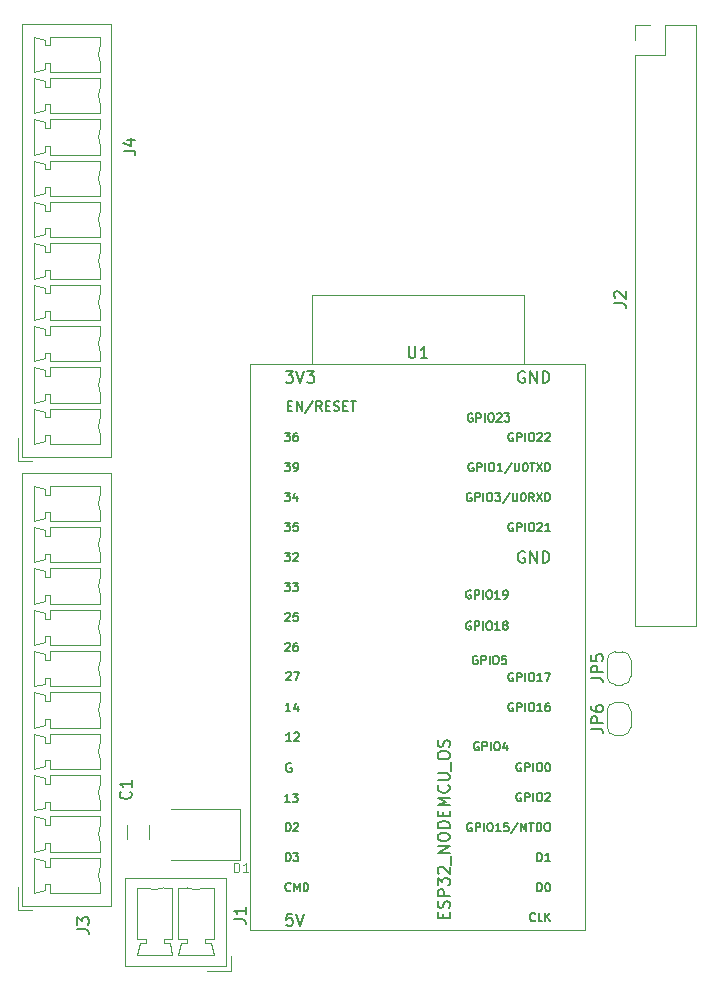
<source format=gbr>
G04 #@! TF.GenerationSoftware,KiCad,Pcbnew,5.1.5+dfsg1-2build2*
G04 #@! TF.CreationDate,2023-05-06T09:23:40+02:00*
G04 #@! TF.ProjectId,digital,64696769-7461-46c2-9e6b-696361645f70,rev?*
G04 #@! TF.SameCoordinates,Original*
G04 #@! TF.FileFunction,Legend,Top*
G04 #@! TF.FilePolarity,Positive*
%FSLAX46Y46*%
G04 Gerber Fmt 4.6, Leading zero omitted, Abs format (unit mm)*
G04 Created by KiCad (PCBNEW 5.1.5+dfsg1-2build2) date 2023-05-06 09:23:40*
%MOMM*%
%LPD*%
G04 APERTURE LIST*
%ADD10C,0.120000*%
%ADD11C,0.150000*%
%ADD12C,0.100000*%
G04 APERTURE END LIST*
D10*
X122461345Y-87553853D02*
G75*
G03X122461500Y-89053500I1700155J-749647D01*
G01*
X122461345Y-84053853D02*
G75*
G03X122461500Y-85553500I1700155J-749647D01*
G01*
X122461345Y-80553853D02*
G75*
G03X122461500Y-82053500I1700155J-749647D01*
G01*
X122461345Y-77053853D02*
G75*
G03X122461500Y-78553500I1700155J-749647D01*
G01*
X122461345Y-73553853D02*
G75*
G03X122461500Y-75053500I1700155J-749647D01*
G01*
X122461345Y-70053853D02*
G75*
G03X122461500Y-71553500I1700155J-749647D01*
G01*
X122461345Y-66553853D02*
G75*
G03X122461500Y-68053500I1700155J-749647D01*
G01*
X122461345Y-63053853D02*
G75*
G03X122461500Y-64553500I1700155J-749647D01*
G01*
X122461345Y-59553853D02*
G75*
G03X122461500Y-61053500I1700155J-749647D01*
G01*
X122461345Y-56053853D02*
G75*
G03X122461500Y-57553500I1700155J-749647D01*
G01*
X115851500Y-90863500D02*
X123321500Y-90863500D01*
X123321500Y-90863500D02*
X123321500Y-54243500D01*
X123321500Y-54243500D02*
X115851500Y-54243500D01*
X115851500Y-54243500D02*
X115851500Y-90863500D01*
X122461500Y-89053500D02*
X122461500Y-89803500D01*
X122461500Y-89803500D02*
X118161500Y-89803500D01*
X118161500Y-89803500D02*
X118161500Y-89053500D01*
X118161500Y-89053500D02*
X117811500Y-89053500D01*
X117811500Y-89053500D02*
X117811500Y-89553500D01*
X117811500Y-89553500D02*
X116811500Y-89803500D01*
X116811500Y-89803500D02*
X116811500Y-86803500D01*
X116811500Y-86803500D02*
X117811500Y-87053500D01*
X117811500Y-87053500D02*
X117811500Y-87553500D01*
X117811500Y-87553500D02*
X118161500Y-87553500D01*
X118161500Y-87553500D02*
X118161500Y-86803500D01*
X118161500Y-86803500D02*
X122461500Y-86803500D01*
X122461500Y-86803500D02*
X122461500Y-87553500D01*
X122461500Y-85553500D02*
X122461500Y-86303500D01*
X122461500Y-86303500D02*
X118161500Y-86303500D01*
X118161500Y-86303500D02*
X118161500Y-85553500D01*
X118161500Y-85553500D02*
X117811500Y-85553500D01*
X117811500Y-85553500D02*
X117811500Y-86053500D01*
X117811500Y-86053500D02*
X116811500Y-86303500D01*
X116811500Y-86303500D02*
X116811500Y-83303500D01*
X116811500Y-83303500D02*
X117811500Y-83553500D01*
X117811500Y-83553500D02*
X117811500Y-84053500D01*
X117811500Y-84053500D02*
X118161500Y-84053500D01*
X118161500Y-84053500D02*
X118161500Y-83303500D01*
X118161500Y-83303500D02*
X122461500Y-83303500D01*
X122461500Y-83303500D02*
X122461500Y-84053500D01*
X122461500Y-82053500D02*
X122461500Y-82803500D01*
X122461500Y-82803500D02*
X118161500Y-82803500D01*
X118161500Y-82803500D02*
X118161500Y-82053500D01*
X118161500Y-82053500D02*
X117811500Y-82053500D01*
X117811500Y-82053500D02*
X117811500Y-82553500D01*
X117811500Y-82553500D02*
X116811500Y-82803500D01*
X116811500Y-82803500D02*
X116811500Y-79803500D01*
X116811500Y-79803500D02*
X117811500Y-80053500D01*
X117811500Y-80053500D02*
X117811500Y-80553500D01*
X117811500Y-80553500D02*
X118161500Y-80553500D01*
X118161500Y-80553500D02*
X118161500Y-79803500D01*
X118161500Y-79803500D02*
X122461500Y-79803500D01*
X122461500Y-79803500D02*
X122461500Y-80553500D01*
X122461500Y-78553500D02*
X122461500Y-79303500D01*
X122461500Y-79303500D02*
X118161500Y-79303500D01*
X118161500Y-79303500D02*
X118161500Y-78553500D01*
X118161500Y-78553500D02*
X117811500Y-78553500D01*
X117811500Y-78553500D02*
X117811500Y-79053500D01*
X117811500Y-79053500D02*
X116811500Y-79303500D01*
X116811500Y-79303500D02*
X116811500Y-76303500D01*
X116811500Y-76303500D02*
X117811500Y-76553500D01*
X117811500Y-76553500D02*
X117811500Y-77053500D01*
X117811500Y-77053500D02*
X118161500Y-77053500D01*
X118161500Y-77053500D02*
X118161500Y-76303500D01*
X118161500Y-76303500D02*
X122461500Y-76303500D01*
X122461500Y-76303500D02*
X122461500Y-77053500D01*
X122461500Y-75053500D02*
X122461500Y-75803500D01*
X122461500Y-75803500D02*
X118161500Y-75803500D01*
X118161500Y-75803500D02*
X118161500Y-75053500D01*
X118161500Y-75053500D02*
X117811500Y-75053500D01*
X117811500Y-75053500D02*
X117811500Y-75553500D01*
X117811500Y-75553500D02*
X116811500Y-75803500D01*
X116811500Y-75803500D02*
X116811500Y-72803500D01*
X116811500Y-72803500D02*
X117811500Y-73053500D01*
X117811500Y-73053500D02*
X117811500Y-73553500D01*
X117811500Y-73553500D02*
X118161500Y-73553500D01*
X118161500Y-73553500D02*
X118161500Y-72803500D01*
X118161500Y-72803500D02*
X122461500Y-72803500D01*
X122461500Y-72803500D02*
X122461500Y-73553500D01*
X122461500Y-71553500D02*
X122461500Y-72303500D01*
X122461500Y-72303500D02*
X118161500Y-72303500D01*
X118161500Y-72303500D02*
X118161500Y-71553500D01*
X118161500Y-71553500D02*
X117811500Y-71553500D01*
X117811500Y-71553500D02*
X117811500Y-72053500D01*
X117811500Y-72053500D02*
X116811500Y-72303500D01*
X116811500Y-72303500D02*
X116811500Y-69303500D01*
X116811500Y-69303500D02*
X117811500Y-69553500D01*
X117811500Y-69553500D02*
X117811500Y-70053500D01*
X117811500Y-70053500D02*
X118161500Y-70053500D01*
X118161500Y-70053500D02*
X118161500Y-69303500D01*
X118161500Y-69303500D02*
X122461500Y-69303500D01*
X122461500Y-69303500D02*
X122461500Y-70053500D01*
X122461500Y-68053500D02*
X122461500Y-68803500D01*
X122461500Y-68803500D02*
X118161500Y-68803500D01*
X118161500Y-68803500D02*
X118161500Y-68053500D01*
X118161500Y-68053500D02*
X117811500Y-68053500D01*
X117811500Y-68053500D02*
X117811500Y-68553500D01*
X117811500Y-68553500D02*
X116811500Y-68803500D01*
X116811500Y-68803500D02*
X116811500Y-65803500D01*
X116811500Y-65803500D02*
X117811500Y-66053500D01*
X117811500Y-66053500D02*
X117811500Y-66553500D01*
X117811500Y-66553500D02*
X118161500Y-66553500D01*
X118161500Y-66553500D02*
X118161500Y-65803500D01*
X118161500Y-65803500D02*
X122461500Y-65803500D01*
X122461500Y-65803500D02*
X122461500Y-66553500D01*
X122461500Y-64553500D02*
X122461500Y-65303500D01*
X122461500Y-65303500D02*
X118161500Y-65303500D01*
X118161500Y-65303500D02*
X118161500Y-64553500D01*
X118161500Y-64553500D02*
X117811500Y-64553500D01*
X117811500Y-64553500D02*
X117811500Y-65053500D01*
X117811500Y-65053500D02*
X116811500Y-65303500D01*
X116811500Y-65303500D02*
X116811500Y-62303500D01*
X116811500Y-62303500D02*
X117811500Y-62553500D01*
X117811500Y-62553500D02*
X117811500Y-63053500D01*
X117811500Y-63053500D02*
X118161500Y-63053500D01*
X118161500Y-63053500D02*
X118161500Y-62303500D01*
X118161500Y-62303500D02*
X122461500Y-62303500D01*
X122461500Y-62303500D02*
X122461500Y-63053500D01*
X122461500Y-61053500D02*
X122461500Y-61803500D01*
X122461500Y-61803500D02*
X118161500Y-61803500D01*
X118161500Y-61803500D02*
X118161500Y-61053500D01*
X118161500Y-61053500D02*
X117811500Y-61053500D01*
X117811500Y-61053500D02*
X117811500Y-61553500D01*
X117811500Y-61553500D02*
X116811500Y-61803500D01*
X116811500Y-61803500D02*
X116811500Y-58803500D01*
X116811500Y-58803500D02*
X117811500Y-59053500D01*
X117811500Y-59053500D02*
X117811500Y-59553500D01*
X117811500Y-59553500D02*
X118161500Y-59553500D01*
X118161500Y-59553500D02*
X118161500Y-58803500D01*
X118161500Y-58803500D02*
X122461500Y-58803500D01*
X122461500Y-58803500D02*
X122461500Y-59553500D01*
X122461500Y-57553500D02*
X122461500Y-58303500D01*
X122461500Y-58303500D02*
X118161500Y-58303500D01*
X118161500Y-58303500D02*
X118161500Y-57553500D01*
X118161500Y-57553500D02*
X117811500Y-57553500D01*
X117811500Y-57553500D02*
X117811500Y-58053500D01*
X117811500Y-58053500D02*
X116811500Y-58303500D01*
X116811500Y-58303500D02*
X116811500Y-55303500D01*
X116811500Y-55303500D02*
X117811500Y-55553500D01*
X117811500Y-55553500D02*
X117811500Y-56053500D01*
X117811500Y-56053500D02*
X118161500Y-56053500D01*
X118161500Y-56053500D02*
X118161500Y-55303500D01*
X118161500Y-55303500D02*
X122461500Y-55303500D01*
X122461500Y-55303500D02*
X122461500Y-56053500D01*
X116711500Y-91253500D02*
X115461500Y-91253500D01*
X115461500Y-91253500D02*
X115461500Y-89253500D01*
X158341060Y-77149980D02*
X158341060Y-83042780D01*
X140357860Y-77149980D02*
X158341060Y-77149980D01*
X140357860Y-83042780D02*
X140357860Y-77149980D01*
X135127741Y-83063100D02*
X135127740Y-130983100D01*
X163527740Y-83063100D02*
X135127741Y-83063100D01*
X163527739Y-130983100D02*
X163527740Y-83063100D01*
X135127740Y-130983100D02*
X163527739Y-130983100D01*
X167691760Y-105221080D02*
X172891760Y-105221080D01*
X167691760Y-56901080D02*
X167691760Y-105221080D01*
X172891760Y-54301080D02*
X172891760Y-105221080D01*
X167691760Y-56901080D02*
X170291760Y-56901080D01*
X170291760Y-56901080D02*
X170291760Y-54301080D01*
X170291760Y-54301080D02*
X172891760Y-54301080D01*
X167691760Y-55631080D02*
X167691760Y-54301080D01*
X167691760Y-54301080D02*
X169021760Y-54301080D01*
X115461500Y-129278500D02*
X115461500Y-127278500D01*
X116711500Y-129278500D02*
X115461500Y-129278500D01*
X122461500Y-93328500D02*
X122461500Y-94078500D01*
X118161500Y-93328500D02*
X122461500Y-93328500D01*
X118161500Y-94078500D02*
X118161500Y-93328500D01*
X117811500Y-94078500D02*
X118161500Y-94078500D01*
X117811500Y-93578500D02*
X117811500Y-94078500D01*
X116811500Y-93328500D02*
X117811500Y-93578500D01*
X116811500Y-96328500D02*
X116811500Y-93328500D01*
X117811500Y-96078500D02*
X116811500Y-96328500D01*
X117811500Y-95578500D02*
X117811500Y-96078500D01*
X118161500Y-95578500D02*
X117811500Y-95578500D01*
X118161500Y-96328500D02*
X118161500Y-95578500D01*
X122461500Y-96328500D02*
X118161500Y-96328500D01*
X122461500Y-95578500D02*
X122461500Y-96328500D01*
X122461500Y-96828500D02*
X122461500Y-97578500D01*
X118161500Y-96828500D02*
X122461500Y-96828500D01*
X118161500Y-97578500D02*
X118161500Y-96828500D01*
X117811500Y-97578500D02*
X118161500Y-97578500D01*
X117811500Y-97078500D02*
X117811500Y-97578500D01*
X116811500Y-96828500D02*
X117811500Y-97078500D01*
X116811500Y-99828500D02*
X116811500Y-96828500D01*
X117811500Y-99578500D02*
X116811500Y-99828500D01*
X117811500Y-99078500D02*
X117811500Y-99578500D01*
X118161500Y-99078500D02*
X117811500Y-99078500D01*
X118161500Y-99828500D02*
X118161500Y-99078500D01*
X122461500Y-99828500D02*
X118161500Y-99828500D01*
X122461500Y-99078500D02*
X122461500Y-99828500D01*
X122461500Y-100328500D02*
X122461500Y-101078500D01*
X118161500Y-100328500D02*
X122461500Y-100328500D01*
X118161500Y-101078500D02*
X118161500Y-100328500D01*
X117811500Y-101078500D02*
X118161500Y-101078500D01*
X117811500Y-100578500D02*
X117811500Y-101078500D01*
X116811500Y-100328500D02*
X117811500Y-100578500D01*
X116811500Y-103328500D02*
X116811500Y-100328500D01*
X117811500Y-103078500D02*
X116811500Y-103328500D01*
X117811500Y-102578500D02*
X117811500Y-103078500D01*
X118161500Y-102578500D02*
X117811500Y-102578500D01*
X118161500Y-103328500D02*
X118161500Y-102578500D01*
X122461500Y-103328500D02*
X118161500Y-103328500D01*
X122461500Y-102578500D02*
X122461500Y-103328500D01*
X122461500Y-103828500D02*
X122461500Y-104578500D01*
X118161500Y-103828500D02*
X122461500Y-103828500D01*
X118161500Y-104578500D02*
X118161500Y-103828500D01*
X117811500Y-104578500D02*
X118161500Y-104578500D01*
X117811500Y-104078500D02*
X117811500Y-104578500D01*
X116811500Y-103828500D02*
X117811500Y-104078500D01*
X116811500Y-106828500D02*
X116811500Y-103828500D01*
X117811500Y-106578500D02*
X116811500Y-106828500D01*
X117811500Y-106078500D02*
X117811500Y-106578500D01*
X118161500Y-106078500D02*
X117811500Y-106078500D01*
X118161500Y-106828500D02*
X118161500Y-106078500D01*
X122461500Y-106828500D02*
X118161500Y-106828500D01*
X122461500Y-106078500D02*
X122461500Y-106828500D01*
X122461500Y-107328500D02*
X122461500Y-108078500D01*
X118161500Y-107328500D02*
X122461500Y-107328500D01*
X118161500Y-108078500D02*
X118161500Y-107328500D01*
X117811500Y-108078500D02*
X118161500Y-108078500D01*
X117811500Y-107578500D02*
X117811500Y-108078500D01*
X116811500Y-107328500D02*
X117811500Y-107578500D01*
X116811500Y-110328500D02*
X116811500Y-107328500D01*
X117811500Y-110078500D02*
X116811500Y-110328500D01*
X117811500Y-109578500D02*
X117811500Y-110078500D01*
X118161500Y-109578500D02*
X117811500Y-109578500D01*
X118161500Y-110328500D02*
X118161500Y-109578500D01*
X122461500Y-110328500D02*
X118161500Y-110328500D01*
X122461500Y-109578500D02*
X122461500Y-110328500D01*
X122461500Y-110828500D02*
X122461500Y-111578500D01*
X118161500Y-110828500D02*
X122461500Y-110828500D01*
X118161500Y-111578500D02*
X118161500Y-110828500D01*
X117811500Y-111578500D02*
X118161500Y-111578500D01*
X117811500Y-111078500D02*
X117811500Y-111578500D01*
X116811500Y-110828500D02*
X117811500Y-111078500D01*
X116811500Y-113828500D02*
X116811500Y-110828500D01*
X117811500Y-113578500D02*
X116811500Y-113828500D01*
X117811500Y-113078500D02*
X117811500Y-113578500D01*
X118161500Y-113078500D02*
X117811500Y-113078500D01*
X118161500Y-113828500D02*
X118161500Y-113078500D01*
X122461500Y-113828500D02*
X118161500Y-113828500D01*
X122461500Y-113078500D02*
X122461500Y-113828500D01*
X122461500Y-114328500D02*
X122461500Y-115078500D01*
X118161500Y-114328500D02*
X122461500Y-114328500D01*
X118161500Y-115078500D02*
X118161500Y-114328500D01*
X117811500Y-115078500D02*
X118161500Y-115078500D01*
X117811500Y-114578500D02*
X117811500Y-115078500D01*
X116811500Y-114328500D02*
X117811500Y-114578500D01*
X116811500Y-117328500D02*
X116811500Y-114328500D01*
X117811500Y-117078500D02*
X116811500Y-117328500D01*
X117811500Y-116578500D02*
X117811500Y-117078500D01*
X118161500Y-116578500D02*
X117811500Y-116578500D01*
X118161500Y-117328500D02*
X118161500Y-116578500D01*
X122461500Y-117328500D02*
X118161500Y-117328500D01*
X122461500Y-116578500D02*
X122461500Y-117328500D01*
X122461500Y-117828500D02*
X122461500Y-118578500D01*
X118161500Y-117828500D02*
X122461500Y-117828500D01*
X118161500Y-118578500D02*
X118161500Y-117828500D01*
X117811500Y-118578500D02*
X118161500Y-118578500D01*
X117811500Y-118078500D02*
X117811500Y-118578500D01*
X116811500Y-117828500D02*
X117811500Y-118078500D01*
X116811500Y-120828500D02*
X116811500Y-117828500D01*
X117811500Y-120578500D02*
X116811500Y-120828500D01*
X117811500Y-120078500D02*
X117811500Y-120578500D01*
X118161500Y-120078500D02*
X117811500Y-120078500D01*
X118161500Y-120828500D02*
X118161500Y-120078500D01*
X122461500Y-120828500D02*
X118161500Y-120828500D01*
X122461500Y-120078500D02*
X122461500Y-120828500D01*
X122461500Y-121328500D02*
X122461500Y-122078500D01*
X118161500Y-121328500D02*
X122461500Y-121328500D01*
X118161500Y-122078500D02*
X118161500Y-121328500D01*
X117811500Y-122078500D02*
X118161500Y-122078500D01*
X117811500Y-121578500D02*
X117811500Y-122078500D01*
X116811500Y-121328500D02*
X117811500Y-121578500D01*
X116811500Y-124328500D02*
X116811500Y-121328500D01*
X117811500Y-124078500D02*
X116811500Y-124328500D01*
X117811500Y-123578500D02*
X117811500Y-124078500D01*
X118161500Y-123578500D02*
X117811500Y-123578500D01*
X118161500Y-124328500D02*
X118161500Y-123578500D01*
X122461500Y-124328500D02*
X118161500Y-124328500D01*
X122461500Y-123578500D02*
X122461500Y-124328500D01*
X122461500Y-124828500D02*
X122461500Y-125578500D01*
X118161500Y-124828500D02*
X122461500Y-124828500D01*
X118161500Y-125578500D02*
X118161500Y-124828500D01*
X117811500Y-125578500D02*
X118161500Y-125578500D01*
X117811500Y-125078500D02*
X117811500Y-125578500D01*
X116811500Y-124828500D02*
X117811500Y-125078500D01*
X116811500Y-127828500D02*
X116811500Y-124828500D01*
X117811500Y-127578500D02*
X116811500Y-127828500D01*
X117811500Y-127078500D02*
X117811500Y-127578500D01*
X118161500Y-127078500D02*
X117811500Y-127078500D01*
X118161500Y-127828500D02*
X118161500Y-127078500D01*
X122461500Y-127828500D02*
X118161500Y-127828500D01*
X122461500Y-127078500D02*
X122461500Y-127828500D01*
X115851500Y-92268500D02*
X115851500Y-128888500D01*
X123321500Y-92268500D02*
X115851500Y-92268500D01*
X123321500Y-128888500D02*
X123321500Y-92268500D01*
X115851500Y-128888500D02*
X123321500Y-128888500D01*
X122461345Y-94078853D02*
G75*
G03X122461500Y-95578500I1700155J-749647D01*
G01*
X122461345Y-97578853D02*
G75*
G03X122461500Y-99078500I1700155J-749647D01*
G01*
X122461345Y-101078853D02*
G75*
G03X122461500Y-102578500I1700155J-749647D01*
G01*
X122461345Y-104578853D02*
G75*
G03X122461500Y-106078500I1700155J-749647D01*
G01*
X122461345Y-108078853D02*
G75*
G03X122461500Y-109578500I1700155J-749647D01*
G01*
X122461345Y-111578853D02*
G75*
G03X122461500Y-113078500I1700155J-749647D01*
G01*
X122461345Y-115078853D02*
G75*
G03X122461500Y-116578500I1700155J-749647D01*
G01*
X122461345Y-118578853D02*
G75*
G03X122461500Y-120078500I1700155J-749647D01*
G01*
X122461345Y-122078853D02*
G75*
G03X122461500Y-123578500I1700155J-749647D01*
G01*
X122461345Y-125578853D02*
G75*
G03X122461500Y-127078500I1700155J-749647D01*
G01*
X129816513Y-127384135D02*
G75*
G03X131316160Y-127383980I749647J1700155D01*
G01*
X126316513Y-127384135D02*
G75*
G03X127816160Y-127383980I749647J1700155D01*
G01*
X133126160Y-133993980D02*
X133126160Y-126523980D01*
X133126160Y-126523980D02*
X124506160Y-126523980D01*
X124506160Y-126523980D02*
X124506160Y-133993980D01*
X124506160Y-133993980D02*
X133126160Y-133993980D01*
X131316160Y-127383980D02*
X132066160Y-127383980D01*
X132066160Y-127383980D02*
X132066160Y-131683980D01*
X132066160Y-131683980D02*
X131316160Y-131683980D01*
X131316160Y-131683980D02*
X131316160Y-132033980D01*
X131316160Y-132033980D02*
X131816160Y-132033980D01*
X131816160Y-132033980D02*
X132066160Y-133033980D01*
X132066160Y-133033980D02*
X129066160Y-133033980D01*
X129066160Y-133033980D02*
X129316160Y-132033980D01*
X129316160Y-132033980D02*
X129816160Y-132033980D01*
X129816160Y-132033980D02*
X129816160Y-131683980D01*
X129816160Y-131683980D02*
X129066160Y-131683980D01*
X129066160Y-131683980D02*
X129066160Y-127383980D01*
X129066160Y-127383980D02*
X129816160Y-127383980D01*
X127816160Y-127383980D02*
X128566160Y-127383980D01*
X128566160Y-127383980D02*
X128566160Y-131683980D01*
X128566160Y-131683980D02*
X127816160Y-131683980D01*
X127816160Y-131683980D02*
X127816160Y-132033980D01*
X127816160Y-132033980D02*
X128316160Y-132033980D01*
X128316160Y-132033980D02*
X128566160Y-133033980D01*
X128566160Y-133033980D02*
X125566160Y-133033980D01*
X125566160Y-133033980D02*
X125816160Y-132033980D01*
X125816160Y-132033980D02*
X126316160Y-132033980D01*
X126316160Y-132033980D02*
X126316160Y-131683980D01*
X126316160Y-131683980D02*
X125566160Y-131683980D01*
X125566160Y-131683980D02*
X125566160Y-127383980D01*
X125566160Y-127383980D02*
X126316160Y-127383980D01*
X133516160Y-133133980D02*
X133516160Y-134383980D01*
X133516160Y-134383980D02*
X131516160Y-134383980D01*
X124756500Y-123220564D02*
X124756500Y-122016436D01*
X126576500Y-123220564D02*
X126576500Y-122016436D01*
X134285500Y-120737500D02*
X128400500Y-120737500D01*
X134285500Y-125007500D02*
X134285500Y-120737500D01*
X128400500Y-125007500D02*
X134285500Y-125007500D01*
X165361500Y-108078500D02*
G75*
G02X166061500Y-107378500I700000J0D01*
G01*
X166661500Y-107378500D02*
G75*
G02X167361500Y-108078500I0J-700000D01*
G01*
X167361500Y-109478500D02*
G75*
G02X166661500Y-110178500I-700000J0D01*
G01*
X166061500Y-110178500D02*
G75*
G02X165361500Y-109478500I0J700000D01*
G01*
X166661500Y-110178500D02*
X166061500Y-110178500D01*
X167361500Y-108078500D02*
X167361500Y-109478500D01*
X166061500Y-107378500D02*
X166661500Y-107378500D01*
X165361500Y-109478500D02*
X165361500Y-108078500D01*
X165361500Y-113778500D02*
X165361500Y-112378500D01*
X166061500Y-111678500D02*
X166661500Y-111678500D01*
X167361500Y-112378500D02*
X167361500Y-113778500D01*
X166661500Y-114478500D02*
X166061500Y-114478500D01*
X166061500Y-114478500D02*
G75*
G02X165361500Y-113778500I0J700000D01*
G01*
X167361500Y-113778500D02*
G75*
G02X166661500Y-114478500I-700000J0D01*
G01*
X166661500Y-111678500D02*
G75*
G02X167361500Y-112378500I0J-700000D01*
G01*
X165361500Y-112378500D02*
G75*
G02X166061500Y-111678500I700000J0D01*
G01*
D11*
X124420380Y-64976333D02*
X125134666Y-64976333D01*
X125277523Y-65023952D01*
X125372761Y-65119190D01*
X125420380Y-65262047D01*
X125420380Y-65357285D01*
X124753714Y-64071571D02*
X125420380Y-64071571D01*
X124372761Y-64309666D02*
X125087047Y-64547761D01*
X125087047Y-63928714D01*
X148565835Y-81515480D02*
X148565835Y-82325004D01*
X148613454Y-82420242D01*
X148661073Y-82467861D01*
X148756311Y-82515480D01*
X148946787Y-82515480D01*
X149042025Y-82467861D01*
X149089644Y-82420242D01*
X149137263Y-82325004D01*
X149137263Y-81515480D01*
X150137263Y-82515480D02*
X149565835Y-82515480D01*
X149851549Y-82515480D02*
X149851549Y-81515480D01*
X149756311Y-81658338D01*
X149661073Y-81753576D01*
X149565835Y-81801195D01*
X151503071Y-129928000D02*
X151503071Y-129594666D01*
X152026880Y-129451809D02*
X152026880Y-129928000D01*
X151026880Y-129928000D01*
X151026880Y-129451809D01*
X151979261Y-129070857D02*
X152026880Y-128928000D01*
X152026880Y-128689904D01*
X151979261Y-128594666D01*
X151931642Y-128547047D01*
X151836404Y-128499428D01*
X151741166Y-128499428D01*
X151645928Y-128547047D01*
X151598309Y-128594666D01*
X151550690Y-128689904D01*
X151503071Y-128880380D01*
X151455452Y-128975619D01*
X151407833Y-129023238D01*
X151312595Y-129070857D01*
X151217357Y-129070857D01*
X151122119Y-129023238D01*
X151074500Y-128975619D01*
X151026880Y-128880380D01*
X151026880Y-128642285D01*
X151074500Y-128499428D01*
X152026880Y-128070857D02*
X151026880Y-128070857D01*
X151026880Y-127689904D01*
X151074500Y-127594666D01*
X151122119Y-127547047D01*
X151217357Y-127499428D01*
X151360214Y-127499428D01*
X151455452Y-127547047D01*
X151503071Y-127594666D01*
X151550690Y-127689904D01*
X151550690Y-128070857D01*
X151026880Y-127166095D02*
X151026880Y-126547047D01*
X151407833Y-126880380D01*
X151407833Y-126737523D01*
X151455452Y-126642285D01*
X151503071Y-126594666D01*
X151598309Y-126547047D01*
X151836404Y-126547047D01*
X151931642Y-126594666D01*
X151979261Y-126642285D01*
X152026880Y-126737523D01*
X152026880Y-127023238D01*
X151979261Y-127118476D01*
X151931642Y-127166095D01*
X151122119Y-126166095D02*
X151074500Y-126118476D01*
X151026880Y-126023238D01*
X151026880Y-125785142D01*
X151074500Y-125689904D01*
X151122119Y-125642285D01*
X151217357Y-125594666D01*
X151312595Y-125594666D01*
X151455452Y-125642285D01*
X152026880Y-126213714D01*
X152026880Y-125594666D01*
X152122119Y-125404190D02*
X152122119Y-124642285D01*
X152026880Y-124404190D02*
X151026880Y-124404190D01*
X152026880Y-123832761D01*
X151026880Y-123832761D01*
X151026880Y-123166095D02*
X151026880Y-122975619D01*
X151074500Y-122880380D01*
X151169738Y-122785142D01*
X151360214Y-122737523D01*
X151693547Y-122737523D01*
X151884023Y-122785142D01*
X151979261Y-122880380D01*
X152026880Y-122975619D01*
X152026880Y-123166095D01*
X151979261Y-123261333D01*
X151884023Y-123356571D01*
X151693547Y-123404190D01*
X151360214Y-123404190D01*
X151169738Y-123356571D01*
X151074500Y-123261333D01*
X151026880Y-123166095D01*
X152026880Y-122308952D02*
X151026880Y-122308952D01*
X151026880Y-122070857D01*
X151074500Y-121928000D01*
X151169738Y-121832761D01*
X151264976Y-121785142D01*
X151455452Y-121737523D01*
X151598309Y-121737523D01*
X151788785Y-121785142D01*
X151884023Y-121832761D01*
X151979261Y-121928000D01*
X152026880Y-122070857D01*
X152026880Y-122308952D01*
X151503071Y-121308952D02*
X151503071Y-120975619D01*
X152026880Y-120832761D02*
X152026880Y-121308952D01*
X151026880Y-121308952D01*
X151026880Y-120832761D01*
X152026880Y-120404190D02*
X151026880Y-120404190D01*
X151741166Y-120070857D01*
X151026880Y-119737523D01*
X152026880Y-119737523D01*
X151931642Y-118689904D02*
X151979261Y-118737523D01*
X152026880Y-118880380D01*
X152026880Y-118975619D01*
X151979261Y-119118476D01*
X151884023Y-119213714D01*
X151788785Y-119261333D01*
X151598309Y-119308952D01*
X151455452Y-119308952D01*
X151264976Y-119261333D01*
X151169738Y-119213714D01*
X151074500Y-119118476D01*
X151026880Y-118975619D01*
X151026880Y-118880380D01*
X151074500Y-118737523D01*
X151122119Y-118689904D01*
X151026880Y-118261333D02*
X151836404Y-118261333D01*
X151931642Y-118213714D01*
X151979261Y-118166095D01*
X152026880Y-118070857D01*
X152026880Y-117880380D01*
X151979261Y-117785142D01*
X151931642Y-117737523D01*
X151836404Y-117689904D01*
X151026880Y-117689904D01*
X152122119Y-117451809D02*
X152122119Y-116689904D01*
X151026880Y-116261333D02*
X151026880Y-116070857D01*
X151074500Y-115975619D01*
X151169738Y-115880380D01*
X151360214Y-115832761D01*
X151693547Y-115832761D01*
X151884023Y-115880380D01*
X151979261Y-115975619D01*
X152026880Y-116070857D01*
X152026880Y-116261333D01*
X151979261Y-116356571D01*
X151884023Y-116451809D01*
X151693547Y-116499428D01*
X151360214Y-116499428D01*
X151169738Y-116451809D01*
X151074500Y-116356571D01*
X151026880Y-116261333D01*
X151979261Y-115451809D02*
X152026880Y-115308952D01*
X152026880Y-115070857D01*
X151979261Y-114975619D01*
X151931642Y-114928000D01*
X151836404Y-114880380D01*
X151741166Y-114880380D01*
X151645928Y-114928000D01*
X151598309Y-114975619D01*
X151550690Y-115070857D01*
X151503071Y-115261333D01*
X151455452Y-115356571D01*
X151407833Y-115404190D01*
X151312595Y-115451809D01*
X151217357Y-115451809D01*
X151122119Y-115404190D01*
X151074500Y-115356571D01*
X151026880Y-115261333D01*
X151026880Y-115023238D01*
X151074500Y-114880380D01*
X138128573Y-104166433D02*
X138161906Y-104133100D01*
X138228573Y-104099766D01*
X138395240Y-104099766D01*
X138461906Y-104133100D01*
X138495240Y-104166433D01*
X138528573Y-104233100D01*
X138528573Y-104299766D01*
X138495240Y-104399766D01*
X138095240Y-104799766D01*
X138528573Y-104799766D01*
X139161906Y-104099766D02*
X138828573Y-104099766D01*
X138795240Y-104433100D01*
X138828573Y-104399766D01*
X138895240Y-104366433D01*
X139061906Y-104366433D01*
X139128573Y-104399766D01*
X139161906Y-104433100D01*
X139195240Y-104499766D01*
X139195240Y-104666433D01*
X139161906Y-104733100D01*
X139128573Y-104766433D01*
X139061906Y-104799766D01*
X138895240Y-104799766D01*
X138828573Y-104766433D01*
X138795240Y-104733100D01*
X153893573Y-121913100D02*
X153826906Y-121879766D01*
X153726906Y-121879766D01*
X153626906Y-121913100D01*
X153560240Y-121979766D01*
X153526906Y-122046433D01*
X153493573Y-122179766D01*
X153493573Y-122279766D01*
X153526906Y-122413100D01*
X153560240Y-122479766D01*
X153626906Y-122546433D01*
X153726906Y-122579766D01*
X153793573Y-122579766D01*
X153893573Y-122546433D01*
X153926906Y-122513100D01*
X153926906Y-122279766D01*
X153793573Y-122279766D01*
X154226906Y-122579766D02*
X154226906Y-121879766D01*
X154493573Y-121879766D01*
X154560240Y-121913100D01*
X154593573Y-121946433D01*
X154626906Y-122013100D01*
X154626906Y-122113100D01*
X154593573Y-122179766D01*
X154560240Y-122213100D01*
X154493573Y-122246433D01*
X154226906Y-122246433D01*
X154926906Y-122579766D02*
X154926906Y-121879766D01*
X155393573Y-121879766D02*
X155526906Y-121879766D01*
X155593573Y-121913100D01*
X155660240Y-121979766D01*
X155693573Y-122113100D01*
X155693573Y-122346433D01*
X155660240Y-122479766D01*
X155593573Y-122546433D01*
X155526906Y-122579766D01*
X155393573Y-122579766D01*
X155326906Y-122546433D01*
X155260240Y-122479766D01*
X155226906Y-122346433D01*
X155226906Y-122113100D01*
X155260240Y-121979766D01*
X155326906Y-121913100D01*
X155393573Y-121879766D01*
X156360240Y-122579766D02*
X155960240Y-122579766D01*
X156160240Y-122579766D02*
X156160240Y-121879766D01*
X156093573Y-121979766D01*
X156026906Y-122046433D01*
X155960240Y-122079766D01*
X156993573Y-121879766D02*
X156660240Y-121879766D01*
X156626906Y-122213100D01*
X156660240Y-122179766D01*
X156726906Y-122146433D01*
X156893573Y-122146433D01*
X156960240Y-122179766D01*
X156993573Y-122213100D01*
X157026906Y-122279766D01*
X157026906Y-122446433D01*
X156993573Y-122513100D01*
X156960240Y-122546433D01*
X156893573Y-122579766D01*
X156726906Y-122579766D01*
X156660240Y-122546433D01*
X156626906Y-122513100D01*
X157826906Y-121846433D02*
X157226906Y-122746433D01*
X158060240Y-122579766D02*
X158060240Y-121879766D01*
X158293573Y-122379766D01*
X158526906Y-121879766D01*
X158526906Y-122579766D01*
X158760240Y-121879766D02*
X159160240Y-121879766D01*
X158960240Y-122579766D02*
X158960240Y-121879766D01*
X159393573Y-122579766D02*
X159393573Y-121879766D01*
X159560240Y-121879766D01*
X159660240Y-121913100D01*
X159726906Y-121979766D01*
X159760240Y-122046433D01*
X159793573Y-122179766D01*
X159793573Y-122279766D01*
X159760240Y-122413100D01*
X159726906Y-122479766D01*
X159660240Y-122546433D01*
X159560240Y-122579766D01*
X159393573Y-122579766D01*
X160226906Y-121879766D02*
X160360240Y-121879766D01*
X160426906Y-121913100D01*
X160493573Y-121979766D01*
X160526906Y-122113100D01*
X160526906Y-122346433D01*
X160493573Y-122479766D01*
X160426906Y-122546433D01*
X160360240Y-122579766D01*
X160226906Y-122579766D01*
X160160240Y-122546433D01*
X160093573Y-122479766D01*
X160060240Y-122346433D01*
X160060240Y-122113100D01*
X160093573Y-121979766D01*
X160160240Y-121913100D01*
X160226906Y-121879766D01*
X154026906Y-91433100D02*
X153960240Y-91399766D01*
X153860240Y-91399766D01*
X153760240Y-91433100D01*
X153693573Y-91499766D01*
X153660240Y-91566433D01*
X153626906Y-91699766D01*
X153626906Y-91799766D01*
X153660240Y-91933100D01*
X153693573Y-91999766D01*
X153760240Y-92066433D01*
X153860240Y-92099766D01*
X153926906Y-92099766D01*
X154026906Y-92066433D01*
X154060240Y-92033100D01*
X154060240Y-91799766D01*
X153926906Y-91799766D01*
X154360240Y-92099766D02*
X154360240Y-91399766D01*
X154626906Y-91399766D01*
X154693573Y-91433100D01*
X154726906Y-91466433D01*
X154760240Y-91533100D01*
X154760240Y-91633100D01*
X154726906Y-91699766D01*
X154693573Y-91733100D01*
X154626906Y-91766433D01*
X154360240Y-91766433D01*
X155060240Y-92099766D02*
X155060240Y-91399766D01*
X155526906Y-91399766D02*
X155660240Y-91399766D01*
X155726906Y-91433100D01*
X155793573Y-91499766D01*
X155826906Y-91633100D01*
X155826906Y-91866433D01*
X155793573Y-91999766D01*
X155726906Y-92066433D01*
X155660240Y-92099766D01*
X155526906Y-92099766D01*
X155460240Y-92066433D01*
X155393573Y-91999766D01*
X155360240Y-91866433D01*
X155360240Y-91633100D01*
X155393573Y-91499766D01*
X155460240Y-91433100D01*
X155526906Y-91399766D01*
X156493573Y-92099766D02*
X156093573Y-92099766D01*
X156293573Y-92099766D02*
X156293573Y-91399766D01*
X156226906Y-91499766D01*
X156160240Y-91566433D01*
X156093573Y-91599766D01*
X157293573Y-91366433D02*
X156693573Y-92266433D01*
X157526906Y-91399766D02*
X157526906Y-91966433D01*
X157560240Y-92033100D01*
X157593573Y-92066433D01*
X157660240Y-92099766D01*
X157793573Y-92099766D01*
X157860240Y-92066433D01*
X157893573Y-92033100D01*
X157926906Y-91966433D01*
X157926906Y-91399766D01*
X158393573Y-91399766D02*
X158460240Y-91399766D01*
X158526906Y-91433100D01*
X158560240Y-91466433D01*
X158593573Y-91533100D01*
X158626906Y-91666433D01*
X158626906Y-91833100D01*
X158593573Y-91966433D01*
X158560240Y-92033100D01*
X158526906Y-92066433D01*
X158460240Y-92099766D01*
X158393573Y-92099766D01*
X158326906Y-92066433D01*
X158293573Y-92033100D01*
X158260240Y-91966433D01*
X158226906Y-91833100D01*
X158226906Y-91666433D01*
X158260240Y-91533100D01*
X158293573Y-91466433D01*
X158326906Y-91433100D01*
X158393573Y-91399766D01*
X158826906Y-91399766D02*
X159226906Y-91399766D01*
X159026906Y-92099766D02*
X159026906Y-91399766D01*
X159393573Y-91399766D02*
X159860240Y-92099766D01*
X159860240Y-91399766D02*
X159393573Y-92099766D01*
X160126906Y-92099766D02*
X160126906Y-91399766D01*
X160293573Y-91399766D01*
X160393573Y-91433100D01*
X160460240Y-91499766D01*
X160493573Y-91566433D01*
X160526906Y-91699766D01*
X160526906Y-91799766D01*
X160493573Y-91933100D01*
X160460240Y-91999766D01*
X160393573Y-92066433D01*
X160293573Y-92099766D01*
X160126906Y-92099766D01*
X157393573Y-109213100D02*
X157326906Y-109179766D01*
X157226906Y-109179766D01*
X157126906Y-109213100D01*
X157060240Y-109279766D01*
X157026906Y-109346433D01*
X156993573Y-109479766D01*
X156993573Y-109579766D01*
X157026906Y-109713100D01*
X157060240Y-109779766D01*
X157126906Y-109846433D01*
X157226906Y-109879766D01*
X157293573Y-109879766D01*
X157393573Y-109846433D01*
X157426906Y-109813100D01*
X157426906Y-109579766D01*
X157293573Y-109579766D01*
X157726906Y-109879766D02*
X157726906Y-109179766D01*
X157993573Y-109179766D01*
X158060240Y-109213100D01*
X158093573Y-109246433D01*
X158126906Y-109313100D01*
X158126906Y-109413100D01*
X158093573Y-109479766D01*
X158060240Y-109513100D01*
X157993573Y-109546433D01*
X157726906Y-109546433D01*
X158426906Y-109879766D02*
X158426906Y-109179766D01*
X158893573Y-109179766D02*
X159026906Y-109179766D01*
X159093573Y-109213100D01*
X159160240Y-109279766D01*
X159193573Y-109413100D01*
X159193573Y-109646433D01*
X159160240Y-109779766D01*
X159093573Y-109846433D01*
X159026906Y-109879766D01*
X158893573Y-109879766D01*
X158826906Y-109846433D01*
X158760240Y-109779766D01*
X158726906Y-109646433D01*
X158726906Y-109413100D01*
X158760240Y-109279766D01*
X158826906Y-109213100D01*
X158893573Y-109179766D01*
X159860240Y-109879766D02*
X159460240Y-109879766D01*
X159660240Y-109879766D02*
X159660240Y-109179766D01*
X159593573Y-109279766D01*
X159526906Y-109346433D01*
X159460240Y-109379766D01*
X160093573Y-109179766D02*
X160560240Y-109179766D01*
X160260240Y-109879766D01*
X158374525Y-98903100D02*
X158279287Y-98855480D01*
X158136430Y-98855480D01*
X157993573Y-98903100D01*
X157898335Y-98998338D01*
X157850716Y-99093576D01*
X157803097Y-99284052D01*
X157803097Y-99426909D01*
X157850716Y-99617385D01*
X157898335Y-99712623D01*
X157993573Y-99807861D01*
X158136430Y-99855480D01*
X158231668Y-99855480D01*
X158374525Y-99807861D01*
X158422144Y-99760242D01*
X158422144Y-99426909D01*
X158231668Y-99426909D01*
X158850716Y-99855480D02*
X158850716Y-98855480D01*
X159422144Y-99855480D01*
X159422144Y-98855480D01*
X159898335Y-99855480D02*
X159898335Y-98855480D01*
X160136430Y-98855480D01*
X160279287Y-98903100D01*
X160374525Y-98998338D01*
X160422144Y-99093576D01*
X160469763Y-99284052D01*
X160469763Y-99426909D01*
X160422144Y-99617385D01*
X160374525Y-99712623D01*
X160279287Y-99807861D01*
X160136430Y-99855480D01*
X159898335Y-99855480D01*
X157393573Y-88893100D02*
X157326906Y-88859766D01*
X157226906Y-88859766D01*
X157126906Y-88893100D01*
X157060240Y-88959766D01*
X157026906Y-89026433D01*
X156993573Y-89159766D01*
X156993573Y-89259766D01*
X157026906Y-89393100D01*
X157060240Y-89459766D01*
X157126906Y-89526433D01*
X157226906Y-89559766D01*
X157293573Y-89559766D01*
X157393573Y-89526433D01*
X157426906Y-89493100D01*
X157426906Y-89259766D01*
X157293573Y-89259766D01*
X157726906Y-89559766D02*
X157726906Y-88859766D01*
X157993573Y-88859766D01*
X158060240Y-88893100D01*
X158093573Y-88926433D01*
X158126906Y-88993100D01*
X158126906Y-89093100D01*
X158093573Y-89159766D01*
X158060240Y-89193100D01*
X157993573Y-89226433D01*
X157726906Y-89226433D01*
X158426906Y-89559766D02*
X158426906Y-88859766D01*
X158893573Y-88859766D02*
X159026906Y-88859766D01*
X159093573Y-88893100D01*
X159160240Y-88959766D01*
X159193573Y-89093100D01*
X159193573Y-89326433D01*
X159160240Y-89459766D01*
X159093573Y-89526433D01*
X159026906Y-89559766D01*
X158893573Y-89559766D01*
X158826906Y-89526433D01*
X158760240Y-89459766D01*
X158726906Y-89326433D01*
X158726906Y-89093100D01*
X158760240Y-88959766D01*
X158826906Y-88893100D01*
X158893573Y-88859766D01*
X159460240Y-88926433D02*
X159493573Y-88893100D01*
X159560240Y-88859766D01*
X159726906Y-88859766D01*
X159793573Y-88893100D01*
X159826906Y-88926433D01*
X159860240Y-88993100D01*
X159860240Y-89059766D01*
X159826906Y-89159766D01*
X159426906Y-89559766D01*
X159860240Y-89559766D01*
X160126906Y-88926433D02*
X160160240Y-88893100D01*
X160226906Y-88859766D01*
X160393573Y-88859766D01*
X160460240Y-88893100D01*
X160493573Y-88926433D01*
X160526906Y-88993100D01*
X160526906Y-89059766D01*
X160493573Y-89159766D01*
X160093573Y-89559766D01*
X160526906Y-89559766D01*
X138561906Y-127593100D02*
X138528573Y-127626433D01*
X138428573Y-127659766D01*
X138361906Y-127659766D01*
X138261906Y-127626433D01*
X138195240Y-127559766D01*
X138161906Y-127493100D01*
X138128573Y-127359766D01*
X138128573Y-127259766D01*
X138161906Y-127126433D01*
X138195240Y-127059766D01*
X138261906Y-126993100D01*
X138361906Y-126959766D01*
X138428573Y-126959766D01*
X138528573Y-126993100D01*
X138561906Y-127026433D01*
X138861906Y-127659766D02*
X138861906Y-126959766D01*
X139095240Y-127459766D01*
X139328573Y-126959766D01*
X139328573Y-127659766D01*
X139661906Y-127659766D02*
X139661906Y-126959766D01*
X139828573Y-126959766D01*
X139928573Y-126993100D01*
X139995240Y-127059766D01*
X140028573Y-127126433D01*
X140061906Y-127259766D01*
X140061906Y-127359766D01*
X140028573Y-127493100D01*
X139995240Y-127559766D01*
X139928573Y-127626433D01*
X139828573Y-127659766D01*
X139661906Y-127659766D01*
X153811033Y-104856800D02*
X153744366Y-104823466D01*
X153644366Y-104823466D01*
X153544366Y-104856800D01*
X153477700Y-104923466D01*
X153444366Y-104990133D01*
X153411033Y-105123466D01*
X153411033Y-105223466D01*
X153444366Y-105356800D01*
X153477700Y-105423466D01*
X153544366Y-105490133D01*
X153644366Y-105523466D01*
X153711033Y-105523466D01*
X153811033Y-105490133D01*
X153844366Y-105456800D01*
X153844366Y-105223466D01*
X153711033Y-105223466D01*
X154144366Y-105523466D02*
X154144366Y-104823466D01*
X154411033Y-104823466D01*
X154477700Y-104856800D01*
X154511033Y-104890133D01*
X154544366Y-104956800D01*
X154544366Y-105056800D01*
X154511033Y-105123466D01*
X154477700Y-105156800D01*
X154411033Y-105190133D01*
X154144366Y-105190133D01*
X154844366Y-105523466D02*
X154844366Y-104823466D01*
X155311033Y-104823466D02*
X155444366Y-104823466D01*
X155511033Y-104856800D01*
X155577700Y-104923466D01*
X155611033Y-105056800D01*
X155611033Y-105290133D01*
X155577700Y-105423466D01*
X155511033Y-105490133D01*
X155444366Y-105523466D01*
X155311033Y-105523466D01*
X155244366Y-105490133D01*
X155177700Y-105423466D01*
X155144366Y-105290133D01*
X155144366Y-105056800D01*
X155177700Y-104923466D01*
X155244366Y-104856800D01*
X155311033Y-104823466D01*
X156277700Y-105523466D02*
X155877700Y-105523466D01*
X156077700Y-105523466D02*
X156077700Y-104823466D01*
X156011033Y-104923466D01*
X155944366Y-104990133D01*
X155877700Y-105023466D01*
X156677700Y-105123466D02*
X156611033Y-105090133D01*
X156577700Y-105056800D01*
X156544366Y-104990133D01*
X156544366Y-104956800D01*
X156577700Y-104890133D01*
X156611033Y-104856800D01*
X156677700Y-104823466D01*
X156811033Y-104823466D01*
X156877700Y-104856800D01*
X156911033Y-104890133D01*
X156944366Y-104956800D01*
X156944366Y-104990133D01*
X156911033Y-105056800D01*
X156877700Y-105090133D01*
X156811033Y-105123466D01*
X156677700Y-105123466D01*
X156611033Y-105156800D01*
X156577700Y-105190133D01*
X156544366Y-105256800D01*
X156544366Y-105390133D01*
X156577700Y-105456800D01*
X156611033Y-105490133D01*
X156677700Y-105523466D01*
X156811033Y-105523466D01*
X156877700Y-105490133D01*
X156911033Y-105456800D01*
X156944366Y-105390133D01*
X156944366Y-105256800D01*
X156911033Y-105190133D01*
X156877700Y-105156800D01*
X156811033Y-105123466D01*
X138161906Y-125119766D02*
X138161906Y-124419766D01*
X138328573Y-124419766D01*
X138428573Y-124453100D01*
X138495240Y-124519766D01*
X138528573Y-124586433D01*
X138561906Y-124719766D01*
X138561906Y-124819766D01*
X138528573Y-124953100D01*
X138495240Y-125019766D01*
X138428573Y-125086433D01*
X138328573Y-125119766D01*
X138161906Y-125119766D01*
X138795240Y-124419766D02*
X139228573Y-124419766D01*
X138995240Y-124686433D01*
X139095240Y-124686433D01*
X139161906Y-124719766D01*
X139195240Y-124753100D01*
X139228573Y-124819766D01*
X139228573Y-124986433D01*
X139195240Y-125053100D01*
X139161906Y-125086433D01*
X139095240Y-125119766D01*
X138895240Y-125119766D01*
X138828573Y-125086433D01*
X138795240Y-125053100D01*
X138095240Y-93939766D02*
X138528573Y-93939766D01*
X138295240Y-94206433D01*
X138395240Y-94206433D01*
X138461906Y-94239766D01*
X138495240Y-94273100D01*
X138528573Y-94339766D01*
X138528573Y-94506433D01*
X138495240Y-94573100D01*
X138461906Y-94606433D01*
X138395240Y-94639766D01*
X138195240Y-94639766D01*
X138128573Y-94606433D01*
X138095240Y-94573100D01*
X139128573Y-94173100D02*
X139128573Y-94639766D01*
X138961906Y-93906433D02*
X138795240Y-94406433D01*
X139228573Y-94406433D01*
X138552833Y-112432266D02*
X138152833Y-112432266D01*
X138352833Y-112432266D02*
X138352833Y-111732266D01*
X138286166Y-111832266D01*
X138219500Y-111898933D01*
X138152833Y-111932266D01*
X139152833Y-111965600D02*
X139152833Y-112432266D01*
X138986166Y-111698933D02*
X138819500Y-112198933D01*
X139252833Y-112198933D01*
X138095240Y-96479766D02*
X138528573Y-96479766D01*
X138295240Y-96746433D01*
X138395240Y-96746433D01*
X138461906Y-96779766D01*
X138495240Y-96813100D01*
X138528573Y-96879766D01*
X138528573Y-97046433D01*
X138495240Y-97113100D01*
X138461906Y-97146433D01*
X138395240Y-97179766D01*
X138195240Y-97179766D01*
X138128573Y-97146433D01*
X138095240Y-97113100D01*
X139161906Y-96479766D02*
X138828573Y-96479766D01*
X138795240Y-96813100D01*
X138828573Y-96779766D01*
X138895240Y-96746433D01*
X139061906Y-96746433D01*
X139128573Y-96779766D01*
X139161906Y-96813100D01*
X139195240Y-96879766D01*
X139195240Y-97046433D01*
X139161906Y-97113100D01*
X139128573Y-97146433D01*
X139061906Y-97179766D01*
X138895240Y-97179766D01*
X138828573Y-97146433D01*
X138795240Y-97113100D01*
X154477700Y-115067600D02*
X154411033Y-115034266D01*
X154311033Y-115034266D01*
X154211033Y-115067600D01*
X154144366Y-115134266D01*
X154111033Y-115200933D01*
X154077700Y-115334266D01*
X154077700Y-115434266D01*
X154111033Y-115567600D01*
X154144366Y-115634266D01*
X154211033Y-115700933D01*
X154311033Y-115734266D01*
X154377700Y-115734266D01*
X154477700Y-115700933D01*
X154511033Y-115667600D01*
X154511033Y-115434266D01*
X154377700Y-115434266D01*
X154811033Y-115734266D02*
X154811033Y-115034266D01*
X155077700Y-115034266D01*
X155144366Y-115067600D01*
X155177700Y-115100933D01*
X155211033Y-115167600D01*
X155211033Y-115267600D01*
X155177700Y-115334266D01*
X155144366Y-115367600D01*
X155077700Y-115400933D01*
X154811033Y-115400933D01*
X155511033Y-115734266D02*
X155511033Y-115034266D01*
X155977700Y-115034266D02*
X156111033Y-115034266D01*
X156177700Y-115067600D01*
X156244366Y-115134266D01*
X156277700Y-115267600D01*
X156277700Y-115500933D01*
X156244366Y-115634266D01*
X156177700Y-115700933D01*
X156111033Y-115734266D01*
X155977700Y-115734266D01*
X155911033Y-115700933D01*
X155844366Y-115634266D01*
X155811033Y-115500933D01*
X155811033Y-115267600D01*
X155844366Y-115134266D01*
X155911033Y-115067600D01*
X155977700Y-115034266D01*
X156877700Y-115267600D02*
X156877700Y-115734266D01*
X156711033Y-115000933D02*
X156544366Y-115500933D01*
X156977700Y-115500933D01*
X138345928Y-86556857D02*
X138612595Y-86556857D01*
X138726880Y-86975904D02*
X138345928Y-86975904D01*
X138345928Y-86175904D01*
X138726880Y-86175904D01*
X139069738Y-86975904D02*
X139069738Y-86175904D01*
X139526880Y-86975904D01*
X139526880Y-86175904D01*
X140479261Y-86137809D02*
X139793547Y-87166380D01*
X141203071Y-86975904D02*
X140936404Y-86594952D01*
X140745928Y-86975904D02*
X140745928Y-86175904D01*
X141050690Y-86175904D01*
X141126880Y-86214000D01*
X141164976Y-86252095D01*
X141203071Y-86328285D01*
X141203071Y-86442571D01*
X141164976Y-86518761D01*
X141126880Y-86556857D01*
X141050690Y-86594952D01*
X140745928Y-86594952D01*
X141545928Y-86556857D02*
X141812595Y-86556857D01*
X141926880Y-86975904D02*
X141545928Y-86975904D01*
X141545928Y-86175904D01*
X141926880Y-86175904D01*
X142231642Y-86937809D02*
X142345928Y-86975904D01*
X142536404Y-86975904D01*
X142612595Y-86937809D01*
X142650690Y-86899714D01*
X142688785Y-86823523D01*
X142688785Y-86747333D01*
X142650690Y-86671142D01*
X142612595Y-86633047D01*
X142536404Y-86594952D01*
X142384023Y-86556857D01*
X142307833Y-86518761D01*
X142269738Y-86480666D01*
X142231642Y-86404476D01*
X142231642Y-86328285D01*
X142269738Y-86252095D01*
X142307833Y-86214000D01*
X142384023Y-86175904D01*
X142574500Y-86175904D01*
X142688785Y-86214000D01*
X143031642Y-86556857D02*
X143298309Y-86556857D01*
X143412595Y-86975904D02*
X143031642Y-86975904D01*
X143031642Y-86175904D01*
X143412595Y-86175904D01*
X143641166Y-86175904D02*
X144098309Y-86175904D01*
X143869738Y-86975904D02*
X143869738Y-86175904D01*
X159260240Y-130133100D02*
X159226906Y-130166433D01*
X159126906Y-130199766D01*
X159060240Y-130199766D01*
X158960240Y-130166433D01*
X158893573Y-130099766D01*
X158860240Y-130033100D01*
X158826906Y-129899766D01*
X158826906Y-129799766D01*
X158860240Y-129666433D01*
X158893573Y-129599766D01*
X158960240Y-129533100D01*
X159060240Y-129499766D01*
X159126906Y-129499766D01*
X159226906Y-129533100D01*
X159260240Y-129566433D01*
X159893573Y-130199766D02*
X159560240Y-130199766D01*
X159560240Y-129499766D01*
X160126906Y-130199766D02*
X160126906Y-129499766D01*
X160526906Y-130199766D02*
X160226906Y-129799766D01*
X160526906Y-129499766D02*
X160126906Y-129899766D01*
X138629023Y-116821000D02*
X138552833Y-116782904D01*
X138438547Y-116782904D01*
X138324261Y-116821000D01*
X138248071Y-116897190D01*
X138209976Y-116973380D01*
X138171880Y-117125761D01*
X138171880Y-117240047D01*
X138209976Y-117392428D01*
X138248071Y-117468619D01*
X138324261Y-117544809D01*
X138438547Y-117582904D01*
X138514738Y-117582904D01*
X138629023Y-117544809D01*
X138667119Y-117506714D01*
X138667119Y-117240047D01*
X138514738Y-117240047D01*
X158060240Y-116833100D02*
X157993573Y-116799766D01*
X157893573Y-116799766D01*
X157793573Y-116833100D01*
X157726906Y-116899766D01*
X157693573Y-116966433D01*
X157660240Y-117099766D01*
X157660240Y-117199766D01*
X157693573Y-117333100D01*
X157726906Y-117399766D01*
X157793573Y-117466433D01*
X157893573Y-117499766D01*
X157960240Y-117499766D01*
X158060240Y-117466433D01*
X158093573Y-117433100D01*
X158093573Y-117199766D01*
X157960240Y-117199766D01*
X158393573Y-117499766D02*
X158393573Y-116799766D01*
X158660240Y-116799766D01*
X158726906Y-116833100D01*
X158760240Y-116866433D01*
X158793573Y-116933100D01*
X158793573Y-117033100D01*
X158760240Y-117099766D01*
X158726906Y-117133100D01*
X158660240Y-117166433D01*
X158393573Y-117166433D01*
X159093573Y-117499766D02*
X159093573Y-116799766D01*
X159560240Y-116799766D02*
X159693573Y-116799766D01*
X159760240Y-116833100D01*
X159826906Y-116899766D01*
X159860240Y-117033100D01*
X159860240Y-117266433D01*
X159826906Y-117399766D01*
X159760240Y-117466433D01*
X159693573Y-117499766D01*
X159560240Y-117499766D01*
X159493573Y-117466433D01*
X159426906Y-117399766D01*
X159393573Y-117266433D01*
X159393573Y-117033100D01*
X159426906Y-116899766D01*
X159493573Y-116833100D01*
X159560240Y-116799766D01*
X160293573Y-116799766D02*
X160360240Y-116799766D01*
X160426906Y-116833100D01*
X160460240Y-116866433D01*
X160493573Y-116933100D01*
X160526906Y-117066433D01*
X160526906Y-117233100D01*
X160493573Y-117366433D01*
X160460240Y-117433100D01*
X160426906Y-117466433D01*
X160360240Y-117499766D01*
X160293573Y-117499766D01*
X160226906Y-117466433D01*
X160193573Y-117433100D01*
X160160240Y-117366433D01*
X160126906Y-117233100D01*
X160126906Y-117066433D01*
X160160240Y-116933100D01*
X160193573Y-116866433D01*
X160226906Y-116833100D01*
X160293573Y-116799766D01*
X138095240Y-99019766D02*
X138528573Y-99019766D01*
X138295240Y-99286433D01*
X138395240Y-99286433D01*
X138461906Y-99319766D01*
X138495240Y-99353100D01*
X138528573Y-99419766D01*
X138528573Y-99586433D01*
X138495240Y-99653100D01*
X138461906Y-99686433D01*
X138395240Y-99719766D01*
X138195240Y-99719766D01*
X138128573Y-99686433D01*
X138095240Y-99653100D01*
X138795240Y-99086433D02*
X138828573Y-99053100D01*
X138895240Y-99019766D01*
X139061906Y-99019766D01*
X139128573Y-99053100D01*
X139161906Y-99086433D01*
X139195240Y-99153100D01*
X139195240Y-99219766D01*
X139161906Y-99319766D01*
X138761906Y-99719766D01*
X139195240Y-99719766D01*
X157393573Y-111753100D02*
X157326906Y-111719766D01*
X157226906Y-111719766D01*
X157126906Y-111753100D01*
X157060240Y-111819766D01*
X157026906Y-111886433D01*
X156993573Y-112019766D01*
X156993573Y-112119766D01*
X157026906Y-112253100D01*
X157060240Y-112319766D01*
X157126906Y-112386433D01*
X157226906Y-112419766D01*
X157293573Y-112419766D01*
X157393573Y-112386433D01*
X157426906Y-112353100D01*
X157426906Y-112119766D01*
X157293573Y-112119766D01*
X157726906Y-112419766D02*
X157726906Y-111719766D01*
X157993573Y-111719766D01*
X158060240Y-111753100D01*
X158093573Y-111786433D01*
X158126906Y-111853100D01*
X158126906Y-111953100D01*
X158093573Y-112019766D01*
X158060240Y-112053100D01*
X157993573Y-112086433D01*
X157726906Y-112086433D01*
X158426906Y-112419766D02*
X158426906Y-111719766D01*
X158893573Y-111719766D02*
X159026906Y-111719766D01*
X159093573Y-111753100D01*
X159160240Y-111819766D01*
X159193573Y-111953100D01*
X159193573Y-112186433D01*
X159160240Y-112319766D01*
X159093573Y-112386433D01*
X159026906Y-112419766D01*
X158893573Y-112419766D01*
X158826906Y-112386433D01*
X158760240Y-112319766D01*
X158726906Y-112186433D01*
X158726906Y-111953100D01*
X158760240Y-111819766D01*
X158826906Y-111753100D01*
X158893573Y-111719766D01*
X159860240Y-112419766D02*
X159460240Y-112419766D01*
X159660240Y-112419766D02*
X159660240Y-111719766D01*
X159593573Y-111819766D01*
X159526906Y-111886433D01*
X159460240Y-111919766D01*
X160460240Y-111719766D02*
X160326906Y-111719766D01*
X160260240Y-111753100D01*
X160226906Y-111786433D01*
X160160240Y-111886433D01*
X160126906Y-112019766D01*
X160126906Y-112286433D01*
X160160240Y-112353100D01*
X160193573Y-112386433D01*
X160260240Y-112419766D01*
X160393573Y-112419766D01*
X160460240Y-112386433D01*
X160493573Y-112353100D01*
X160526906Y-112286433D01*
X160526906Y-112119766D01*
X160493573Y-112053100D01*
X160460240Y-112019766D01*
X160393573Y-111986433D01*
X160260240Y-111986433D01*
X160193573Y-112019766D01*
X160160240Y-112053100D01*
X160126906Y-112119766D01*
X138138097Y-83615480D02*
X138757144Y-83615480D01*
X138423811Y-83996433D01*
X138566668Y-83996433D01*
X138661906Y-84044052D01*
X138709525Y-84091671D01*
X138757144Y-84186909D01*
X138757144Y-84425004D01*
X138709525Y-84520242D01*
X138661906Y-84567861D01*
X138566668Y-84615480D01*
X138280954Y-84615480D01*
X138185716Y-84567861D01*
X138138097Y-84520242D01*
X139042859Y-83615480D02*
X139376192Y-84615480D01*
X139709525Y-83615480D01*
X139947620Y-83615480D02*
X140566668Y-83615480D01*
X140233335Y-83996433D01*
X140376192Y-83996433D01*
X140471430Y-84044052D01*
X140519049Y-84091671D01*
X140566668Y-84186909D01*
X140566668Y-84425004D01*
X140519049Y-84520242D01*
X140471430Y-84567861D01*
X140376192Y-84615480D01*
X140090478Y-84615480D01*
X139995240Y-84567861D01*
X139947620Y-84520242D01*
X153860240Y-93973100D02*
X153793573Y-93939766D01*
X153693573Y-93939766D01*
X153593573Y-93973100D01*
X153526906Y-94039766D01*
X153493573Y-94106433D01*
X153460240Y-94239766D01*
X153460240Y-94339766D01*
X153493573Y-94473100D01*
X153526906Y-94539766D01*
X153593573Y-94606433D01*
X153693573Y-94639766D01*
X153760240Y-94639766D01*
X153860240Y-94606433D01*
X153893573Y-94573100D01*
X153893573Y-94339766D01*
X153760240Y-94339766D01*
X154193573Y-94639766D02*
X154193573Y-93939766D01*
X154460240Y-93939766D01*
X154526906Y-93973100D01*
X154560240Y-94006433D01*
X154593573Y-94073100D01*
X154593573Y-94173100D01*
X154560240Y-94239766D01*
X154526906Y-94273100D01*
X154460240Y-94306433D01*
X154193573Y-94306433D01*
X154893573Y-94639766D02*
X154893573Y-93939766D01*
X155360240Y-93939766D02*
X155493573Y-93939766D01*
X155560240Y-93973100D01*
X155626906Y-94039766D01*
X155660240Y-94173100D01*
X155660240Y-94406433D01*
X155626906Y-94539766D01*
X155560240Y-94606433D01*
X155493573Y-94639766D01*
X155360240Y-94639766D01*
X155293573Y-94606433D01*
X155226906Y-94539766D01*
X155193573Y-94406433D01*
X155193573Y-94173100D01*
X155226906Y-94039766D01*
X155293573Y-93973100D01*
X155360240Y-93939766D01*
X155893573Y-93939766D02*
X156326906Y-93939766D01*
X156093573Y-94206433D01*
X156193573Y-94206433D01*
X156260240Y-94239766D01*
X156293573Y-94273100D01*
X156326906Y-94339766D01*
X156326906Y-94506433D01*
X156293573Y-94573100D01*
X156260240Y-94606433D01*
X156193573Y-94639766D01*
X155993573Y-94639766D01*
X155926906Y-94606433D01*
X155893573Y-94573100D01*
X157126906Y-93906433D02*
X156526906Y-94806433D01*
X157360240Y-93939766D02*
X157360240Y-94506433D01*
X157393573Y-94573100D01*
X157426906Y-94606433D01*
X157493573Y-94639766D01*
X157626906Y-94639766D01*
X157693573Y-94606433D01*
X157726906Y-94573100D01*
X157760240Y-94506433D01*
X157760240Y-93939766D01*
X158226906Y-93939766D02*
X158293573Y-93939766D01*
X158360240Y-93973100D01*
X158393573Y-94006433D01*
X158426906Y-94073100D01*
X158460240Y-94206433D01*
X158460240Y-94373100D01*
X158426906Y-94506433D01*
X158393573Y-94573100D01*
X158360240Y-94606433D01*
X158293573Y-94639766D01*
X158226906Y-94639766D01*
X158160240Y-94606433D01*
X158126906Y-94573100D01*
X158093573Y-94506433D01*
X158060240Y-94373100D01*
X158060240Y-94206433D01*
X158093573Y-94073100D01*
X158126906Y-94006433D01*
X158160240Y-93973100D01*
X158226906Y-93939766D01*
X159160240Y-94639766D02*
X158926906Y-94306433D01*
X158760240Y-94639766D02*
X158760240Y-93939766D01*
X159026906Y-93939766D01*
X159093573Y-93973100D01*
X159126906Y-94006433D01*
X159160240Y-94073100D01*
X159160240Y-94173100D01*
X159126906Y-94239766D01*
X159093573Y-94273100D01*
X159026906Y-94306433D01*
X158760240Y-94306433D01*
X159393573Y-93939766D02*
X159860240Y-94639766D01*
X159860240Y-93939766D02*
X159393573Y-94639766D01*
X160126906Y-94639766D02*
X160126906Y-93939766D01*
X160293573Y-93939766D01*
X160393573Y-93973100D01*
X160460240Y-94039766D01*
X160493573Y-94106433D01*
X160526906Y-94239766D01*
X160526906Y-94339766D01*
X160493573Y-94473100D01*
X160460240Y-94539766D01*
X160393573Y-94606433D01*
X160293573Y-94639766D01*
X160126906Y-94639766D01*
X138128573Y-106706433D02*
X138161906Y-106673100D01*
X138228573Y-106639766D01*
X138395240Y-106639766D01*
X138461906Y-106673100D01*
X138495240Y-106706433D01*
X138528573Y-106773100D01*
X138528573Y-106839766D01*
X138495240Y-106939766D01*
X138095240Y-107339766D01*
X138528573Y-107339766D01*
X139128573Y-106639766D02*
X138995240Y-106639766D01*
X138928573Y-106673100D01*
X138895240Y-106706433D01*
X138828573Y-106806433D01*
X138795240Y-106939766D01*
X138795240Y-107206433D01*
X138828573Y-107273100D01*
X138861906Y-107306433D01*
X138928573Y-107339766D01*
X139061906Y-107339766D01*
X139128573Y-107306433D01*
X139161906Y-107273100D01*
X139195240Y-107206433D01*
X139195240Y-107039766D01*
X139161906Y-106973100D01*
X139128573Y-106939766D01*
X139061906Y-106906433D01*
X138928573Y-106906433D01*
X138861906Y-106939766D01*
X138828573Y-106973100D01*
X138795240Y-107039766D01*
X158060240Y-119373100D02*
X157993573Y-119339766D01*
X157893573Y-119339766D01*
X157793573Y-119373100D01*
X157726906Y-119439766D01*
X157693573Y-119506433D01*
X157660240Y-119639766D01*
X157660240Y-119739766D01*
X157693573Y-119873100D01*
X157726906Y-119939766D01*
X157793573Y-120006433D01*
X157893573Y-120039766D01*
X157960240Y-120039766D01*
X158060240Y-120006433D01*
X158093573Y-119973100D01*
X158093573Y-119739766D01*
X157960240Y-119739766D01*
X158393573Y-120039766D02*
X158393573Y-119339766D01*
X158660240Y-119339766D01*
X158726906Y-119373100D01*
X158760240Y-119406433D01*
X158793573Y-119473100D01*
X158793573Y-119573100D01*
X158760240Y-119639766D01*
X158726906Y-119673100D01*
X158660240Y-119706433D01*
X158393573Y-119706433D01*
X159093573Y-120039766D02*
X159093573Y-119339766D01*
X159560240Y-119339766D02*
X159693573Y-119339766D01*
X159760240Y-119373100D01*
X159826906Y-119439766D01*
X159860240Y-119573100D01*
X159860240Y-119806433D01*
X159826906Y-119939766D01*
X159760240Y-120006433D01*
X159693573Y-120039766D01*
X159560240Y-120039766D01*
X159493573Y-120006433D01*
X159426906Y-119939766D01*
X159393573Y-119806433D01*
X159393573Y-119573100D01*
X159426906Y-119439766D01*
X159493573Y-119373100D01*
X159560240Y-119339766D01*
X160126906Y-119406433D02*
X160160240Y-119373100D01*
X160226906Y-119339766D01*
X160393573Y-119339766D01*
X160460240Y-119373100D01*
X160493573Y-119406433D01*
X160526906Y-119473100D01*
X160526906Y-119539766D01*
X160493573Y-119639766D01*
X160093573Y-120039766D01*
X160526906Y-120039766D01*
X138502033Y-120103066D02*
X138102033Y-120103066D01*
X138302033Y-120103066D02*
X138302033Y-119403066D01*
X138235366Y-119503066D01*
X138168700Y-119569733D01*
X138102033Y-119603066D01*
X138735366Y-119403066D02*
X139168700Y-119403066D01*
X138935366Y-119669733D01*
X139035366Y-119669733D01*
X139102033Y-119703066D01*
X139135366Y-119736400D01*
X139168700Y-119803066D01*
X139168700Y-119969733D01*
X139135366Y-120036400D01*
X139102033Y-120069733D01*
X139035366Y-120103066D01*
X138835366Y-120103066D01*
X138768700Y-120069733D01*
X138735366Y-120036400D01*
X138095240Y-91399766D02*
X138528573Y-91399766D01*
X138295240Y-91666433D01*
X138395240Y-91666433D01*
X138461906Y-91699766D01*
X138495240Y-91733100D01*
X138528573Y-91799766D01*
X138528573Y-91966433D01*
X138495240Y-92033100D01*
X138461906Y-92066433D01*
X138395240Y-92099766D01*
X138195240Y-92099766D01*
X138128573Y-92066433D01*
X138095240Y-92033100D01*
X138861906Y-92099766D02*
X138995240Y-92099766D01*
X139061906Y-92066433D01*
X139095240Y-92033100D01*
X139161906Y-91933100D01*
X139195240Y-91799766D01*
X139195240Y-91533100D01*
X139161906Y-91466433D01*
X139128573Y-91433100D01*
X139061906Y-91399766D01*
X138928573Y-91399766D01*
X138861906Y-91433100D01*
X138828573Y-91466433D01*
X138795240Y-91533100D01*
X138795240Y-91699766D01*
X138828573Y-91766433D01*
X138861906Y-91799766D01*
X138928573Y-91833100D01*
X139061906Y-91833100D01*
X139128573Y-91799766D01*
X139161906Y-91766433D01*
X139195240Y-91699766D01*
X153811033Y-102215200D02*
X153744366Y-102181866D01*
X153644366Y-102181866D01*
X153544366Y-102215200D01*
X153477700Y-102281866D01*
X153444366Y-102348533D01*
X153411033Y-102481866D01*
X153411033Y-102581866D01*
X153444366Y-102715200D01*
X153477700Y-102781866D01*
X153544366Y-102848533D01*
X153644366Y-102881866D01*
X153711033Y-102881866D01*
X153811033Y-102848533D01*
X153844366Y-102815200D01*
X153844366Y-102581866D01*
X153711033Y-102581866D01*
X154144366Y-102881866D02*
X154144366Y-102181866D01*
X154411033Y-102181866D01*
X154477700Y-102215200D01*
X154511033Y-102248533D01*
X154544366Y-102315200D01*
X154544366Y-102415200D01*
X154511033Y-102481866D01*
X154477700Y-102515200D01*
X154411033Y-102548533D01*
X154144366Y-102548533D01*
X154844366Y-102881866D02*
X154844366Y-102181866D01*
X155311033Y-102181866D02*
X155444366Y-102181866D01*
X155511033Y-102215200D01*
X155577700Y-102281866D01*
X155611033Y-102415200D01*
X155611033Y-102648533D01*
X155577700Y-102781866D01*
X155511033Y-102848533D01*
X155444366Y-102881866D01*
X155311033Y-102881866D01*
X155244366Y-102848533D01*
X155177700Y-102781866D01*
X155144366Y-102648533D01*
X155144366Y-102415200D01*
X155177700Y-102281866D01*
X155244366Y-102215200D01*
X155311033Y-102181866D01*
X156277700Y-102881866D02*
X155877700Y-102881866D01*
X156077700Y-102881866D02*
X156077700Y-102181866D01*
X156011033Y-102281866D01*
X155944366Y-102348533D01*
X155877700Y-102381866D01*
X156611033Y-102881866D02*
X156744366Y-102881866D01*
X156811033Y-102848533D01*
X156844366Y-102815200D01*
X156911033Y-102715200D01*
X156944366Y-102581866D01*
X156944366Y-102315200D01*
X156911033Y-102248533D01*
X156877700Y-102215200D01*
X156811033Y-102181866D01*
X156677700Y-102181866D01*
X156611033Y-102215200D01*
X156577700Y-102248533D01*
X156544366Y-102315200D01*
X156544366Y-102481866D01*
X156577700Y-102548533D01*
X156611033Y-102581866D01*
X156677700Y-102615200D01*
X156811033Y-102615200D01*
X156877700Y-102581866D01*
X156911033Y-102548533D01*
X156944366Y-102481866D01*
X138095240Y-101559766D02*
X138528573Y-101559766D01*
X138295240Y-101826433D01*
X138395240Y-101826433D01*
X138461906Y-101859766D01*
X138495240Y-101893100D01*
X138528573Y-101959766D01*
X138528573Y-102126433D01*
X138495240Y-102193100D01*
X138461906Y-102226433D01*
X138395240Y-102259766D01*
X138195240Y-102259766D01*
X138128573Y-102226433D01*
X138095240Y-102193100D01*
X138761906Y-101559766D02*
X139195240Y-101559766D01*
X138961906Y-101826433D01*
X139061906Y-101826433D01*
X139128573Y-101859766D01*
X139161906Y-101893100D01*
X139195240Y-101959766D01*
X139195240Y-102126433D01*
X139161906Y-102193100D01*
X139128573Y-102226433D01*
X139061906Y-102259766D01*
X138861906Y-102259766D01*
X138795240Y-102226433D01*
X138761906Y-102193100D01*
X138203633Y-109157333D02*
X138236966Y-109124000D01*
X138303633Y-109090666D01*
X138470300Y-109090666D01*
X138536966Y-109124000D01*
X138570300Y-109157333D01*
X138603633Y-109224000D01*
X138603633Y-109290666D01*
X138570300Y-109390666D01*
X138170300Y-109790666D01*
X138603633Y-109790666D01*
X138836966Y-109090666D02*
X139303633Y-109090666D01*
X139003633Y-109790666D01*
X138161906Y-122579766D02*
X138161906Y-121879766D01*
X138328573Y-121879766D01*
X138428573Y-121913100D01*
X138495240Y-121979766D01*
X138528573Y-122046433D01*
X138561906Y-122179766D01*
X138561906Y-122279766D01*
X138528573Y-122413100D01*
X138495240Y-122479766D01*
X138428573Y-122546433D01*
X138328573Y-122579766D01*
X138161906Y-122579766D01*
X138828573Y-121946433D02*
X138861906Y-121913100D01*
X138928573Y-121879766D01*
X139095240Y-121879766D01*
X139161906Y-121913100D01*
X139195240Y-121946433D01*
X139228573Y-122013100D01*
X139228573Y-122079766D01*
X139195240Y-122179766D01*
X138795240Y-122579766D01*
X139228573Y-122579766D01*
X138095240Y-88859766D02*
X138528573Y-88859766D01*
X138295240Y-89126433D01*
X138395240Y-89126433D01*
X138461906Y-89159766D01*
X138495240Y-89193100D01*
X138528573Y-89259766D01*
X138528573Y-89426433D01*
X138495240Y-89493100D01*
X138461906Y-89526433D01*
X138395240Y-89559766D01*
X138195240Y-89559766D01*
X138128573Y-89526433D01*
X138095240Y-89493100D01*
X139128573Y-88859766D02*
X138995240Y-88859766D01*
X138928573Y-88893100D01*
X138895240Y-88926433D01*
X138828573Y-89026433D01*
X138795240Y-89159766D01*
X138795240Y-89426433D01*
X138828573Y-89493100D01*
X138861906Y-89526433D01*
X138928573Y-89559766D01*
X139061906Y-89559766D01*
X139128573Y-89526433D01*
X139161906Y-89493100D01*
X139195240Y-89426433D01*
X139195240Y-89259766D01*
X139161906Y-89193100D01*
X139128573Y-89159766D01*
X139061906Y-89126433D01*
X138928573Y-89126433D01*
X138861906Y-89159766D01*
X138828573Y-89193100D01*
X138795240Y-89259766D01*
X138603633Y-114921466D02*
X138203633Y-114921466D01*
X138403633Y-114921466D02*
X138403633Y-114221466D01*
X138336966Y-114321466D01*
X138270300Y-114388133D01*
X138203633Y-114421466D01*
X138870300Y-114288133D02*
X138903633Y-114254800D01*
X138970300Y-114221466D01*
X139136966Y-114221466D01*
X139203633Y-114254800D01*
X139236966Y-114288133D01*
X139270300Y-114354800D01*
X139270300Y-114421466D01*
X139236966Y-114521466D01*
X138836966Y-114921466D01*
X139270300Y-114921466D01*
X159460240Y-125119766D02*
X159460240Y-124419766D01*
X159626906Y-124419766D01*
X159726906Y-124453100D01*
X159793573Y-124519766D01*
X159826906Y-124586433D01*
X159860240Y-124719766D01*
X159860240Y-124819766D01*
X159826906Y-124953100D01*
X159793573Y-125019766D01*
X159726906Y-125086433D01*
X159626906Y-125119766D01*
X159460240Y-125119766D01*
X160526906Y-125119766D02*
X160126906Y-125119766D01*
X160326906Y-125119766D02*
X160326906Y-124419766D01*
X160260240Y-124519766D01*
X160193573Y-124586433D01*
X160126906Y-124619766D01*
X157393573Y-96513100D02*
X157326906Y-96479766D01*
X157226906Y-96479766D01*
X157126906Y-96513100D01*
X157060240Y-96579766D01*
X157026906Y-96646433D01*
X156993573Y-96779766D01*
X156993573Y-96879766D01*
X157026906Y-97013100D01*
X157060240Y-97079766D01*
X157126906Y-97146433D01*
X157226906Y-97179766D01*
X157293573Y-97179766D01*
X157393573Y-97146433D01*
X157426906Y-97113100D01*
X157426906Y-96879766D01*
X157293573Y-96879766D01*
X157726906Y-97179766D02*
X157726906Y-96479766D01*
X157993573Y-96479766D01*
X158060240Y-96513100D01*
X158093573Y-96546433D01*
X158126906Y-96613100D01*
X158126906Y-96713100D01*
X158093573Y-96779766D01*
X158060240Y-96813100D01*
X157993573Y-96846433D01*
X157726906Y-96846433D01*
X158426906Y-97179766D02*
X158426906Y-96479766D01*
X158893573Y-96479766D02*
X159026906Y-96479766D01*
X159093573Y-96513100D01*
X159160240Y-96579766D01*
X159193573Y-96713100D01*
X159193573Y-96946433D01*
X159160240Y-97079766D01*
X159093573Y-97146433D01*
X159026906Y-97179766D01*
X158893573Y-97179766D01*
X158826906Y-97146433D01*
X158760240Y-97079766D01*
X158726906Y-96946433D01*
X158726906Y-96713100D01*
X158760240Y-96579766D01*
X158826906Y-96513100D01*
X158893573Y-96479766D01*
X159460240Y-96546433D02*
X159493573Y-96513100D01*
X159560240Y-96479766D01*
X159726906Y-96479766D01*
X159793573Y-96513100D01*
X159826906Y-96546433D01*
X159860240Y-96613100D01*
X159860240Y-96679766D01*
X159826906Y-96779766D01*
X159426906Y-97179766D01*
X159860240Y-97179766D01*
X160526906Y-97179766D02*
X160126906Y-97179766D01*
X160326906Y-97179766D02*
X160326906Y-96479766D01*
X160260240Y-96579766D01*
X160193573Y-96646433D01*
X160126906Y-96679766D01*
X138705845Y-129586760D02*
X138229655Y-129586760D01*
X138182036Y-130062951D01*
X138229655Y-130015332D01*
X138324893Y-129967713D01*
X138562988Y-129967713D01*
X138658226Y-130015332D01*
X138705845Y-130062951D01*
X138753464Y-130158189D01*
X138753464Y-130396284D01*
X138705845Y-130491522D01*
X138658226Y-130539141D01*
X138562988Y-130586760D01*
X138324893Y-130586760D01*
X138229655Y-130539141D01*
X138182036Y-130491522D01*
X139039179Y-129586760D02*
X139372512Y-130586760D01*
X139705845Y-129586760D01*
X159460240Y-127659766D02*
X159460240Y-126959766D01*
X159626906Y-126959766D01*
X159726906Y-126993100D01*
X159793573Y-127059766D01*
X159826906Y-127126433D01*
X159860240Y-127259766D01*
X159860240Y-127359766D01*
X159826906Y-127493100D01*
X159793573Y-127559766D01*
X159726906Y-127626433D01*
X159626906Y-127659766D01*
X159460240Y-127659766D01*
X160293573Y-126959766D02*
X160360240Y-126959766D01*
X160426906Y-126993100D01*
X160460240Y-127026433D01*
X160493573Y-127093100D01*
X160526906Y-127226433D01*
X160526906Y-127393100D01*
X160493573Y-127526433D01*
X160460240Y-127593100D01*
X160426906Y-127626433D01*
X160360240Y-127659766D01*
X160293573Y-127659766D01*
X160226906Y-127626433D01*
X160193573Y-127593100D01*
X160160240Y-127526433D01*
X160126906Y-127393100D01*
X160126906Y-127226433D01*
X160160240Y-127093100D01*
X160193573Y-127026433D01*
X160226906Y-126993100D01*
X160293573Y-126959766D01*
X154376100Y-107752400D02*
X154309433Y-107719066D01*
X154209433Y-107719066D01*
X154109433Y-107752400D01*
X154042766Y-107819066D01*
X154009433Y-107885733D01*
X153976100Y-108019066D01*
X153976100Y-108119066D01*
X154009433Y-108252400D01*
X154042766Y-108319066D01*
X154109433Y-108385733D01*
X154209433Y-108419066D01*
X154276100Y-108419066D01*
X154376100Y-108385733D01*
X154409433Y-108352400D01*
X154409433Y-108119066D01*
X154276100Y-108119066D01*
X154709433Y-108419066D02*
X154709433Y-107719066D01*
X154976100Y-107719066D01*
X155042766Y-107752400D01*
X155076100Y-107785733D01*
X155109433Y-107852400D01*
X155109433Y-107952400D01*
X155076100Y-108019066D01*
X155042766Y-108052400D01*
X154976100Y-108085733D01*
X154709433Y-108085733D01*
X155409433Y-108419066D02*
X155409433Y-107719066D01*
X155876100Y-107719066D02*
X156009433Y-107719066D01*
X156076100Y-107752400D01*
X156142766Y-107819066D01*
X156176100Y-107952400D01*
X156176100Y-108185733D01*
X156142766Y-108319066D01*
X156076100Y-108385733D01*
X156009433Y-108419066D01*
X155876100Y-108419066D01*
X155809433Y-108385733D01*
X155742766Y-108319066D01*
X155709433Y-108185733D01*
X155709433Y-107952400D01*
X155742766Y-107819066D01*
X155809433Y-107752400D01*
X155876100Y-107719066D01*
X156809433Y-107719066D02*
X156476100Y-107719066D01*
X156442766Y-108052400D01*
X156476100Y-108019066D01*
X156542766Y-107985733D01*
X156709433Y-107985733D01*
X156776100Y-108019066D01*
X156809433Y-108052400D01*
X156842766Y-108119066D01*
X156842766Y-108285733D01*
X156809433Y-108352400D01*
X156776100Y-108385733D01*
X156709433Y-108419066D01*
X156542766Y-108419066D01*
X156476100Y-108385733D01*
X156442766Y-108352400D01*
X153963433Y-87229200D02*
X153896766Y-87195866D01*
X153796766Y-87195866D01*
X153696766Y-87229200D01*
X153630100Y-87295866D01*
X153596766Y-87362533D01*
X153563433Y-87495866D01*
X153563433Y-87595866D01*
X153596766Y-87729200D01*
X153630100Y-87795866D01*
X153696766Y-87862533D01*
X153796766Y-87895866D01*
X153863433Y-87895866D01*
X153963433Y-87862533D01*
X153996766Y-87829200D01*
X153996766Y-87595866D01*
X153863433Y-87595866D01*
X154296766Y-87895866D02*
X154296766Y-87195866D01*
X154563433Y-87195866D01*
X154630100Y-87229200D01*
X154663433Y-87262533D01*
X154696766Y-87329200D01*
X154696766Y-87429200D01*
X154663433Y-87495866D01*
X154630100Y-87529200D01*
X154563433Y-87562533D01*
X154296766Y-87562533D01*
X154996766Y-87895866D02*
X154996766Y-87195866D01*
X155463433Y-87195866D02*
X155596766Y-87195866D01*
X155663433Y-87229200D01*
X155730100Y-87295866D01*
X155763433Y-87429200D01*
X155763433Y-87662533D01*
X155730100Y-87795866D01*
X155663433Y-87862533D01*
X155596766Y-87895866D01*
X155463433Y-87895866D01*
X155396766Y-87862533D01*
X155330100Y-87795866D01*
X155296766Y-87662533D01*
X155296766Y-87429200D01*
X155330100Y-87295866D01*
X155396766Y-87229200D01*
X155463433Y-87195866D01*
X156030100Y-87262533D02*
X156063433Y-87229200D01*
X156130100Y-87195866D01*
X156296766Y-87195866D01*
X156363433Y-87229200D01*
X156396766Y-87262533D01*
X156430100Y-87329200D01*
X156430100Y-87395866D01*
X156396766Y-87495866D01*
X155996766Y-87895866D01*
X156430100Y-87895866D01*
X156663433Y-87195866D02*
X157096766Y-87195866D01*
X156863433Y-87462533D01*
X156963433Y-87462533D01*
X157030100Y-87495866D01*
X157063433Y-87529200D01*
X157096766Y-87595866D01*
X157096766Y-87762533D01*
X157063433Y-87829200D01*
X157030100Y-87862533D01*
X156963433Y-87895866D01*
X156763433Y-87895866D01*
X156696766Y-87862533D01*
X156663433Y-87829200D01*
X158374525Y-83663100D02*
X158279287Y-83615480D01*
X158136430Y-83615480D01*
X157993573Y-83663100D01*
X157898335Y-83758338D01*
X157850716Y-83853576D01*
X157803097Y-84044052D01*
X157803097Y-84186909D01*
X157850716Y-84377385D01*
X157898335Y-84472623D01*
X157993573Y-84567861D01*
X158136430Y-84615480D01*
X158231668Y-84615480D01*
X158374525Y-84567861D01*
X158422144Y-84520242D01*
X158422144Y-84186909D01*
X158231668Y-84186909D01*
X158850716Y-84615480D02*
X158850716Y-83615480D01*
X159422144Y-84615480D01*
X159422144Y-83615480D01*
X159898335Y-84615480D02*
X159898335Y-83615480D01*
X160136430Y-83615480D01*
X160279287Y-83663100D01*
X160374525Y-83758338D01*
X160422144Y-83853576D01*
X160469763Y-84044052D01*
X160469763Y-84186909D01*
X160422144Y-84377385D01*
X160374525Y-84472623D01*
X160279287Y-84567861D01*
X160136430Y-84615480D01*
X159898335Y-84615480D01*
X165949380Y-77866833D02*
X166663666Y-77866833D01*
X166806523Y-77914452D01*
X166901761Y-78009690D01*
X166949380Y-78152547D01*
X166949380Y-78247785D01*
X166044619Y-77438261D02*
X165997000Y-77390642D01*
X165949380Y-77295404D01*
X165949380Y-77057309D01*
X165997000Y-76962071D01*
X166044619Y-76914452D01*
X166139857Y-76866833D01*
X166235095Y-76866833D01*
X166377952Y-76914452D01*
X166949380Y-77485880D01*
X166949380Y-76866833D01*
X120483380Y-130889333D02*
X121197666Y-130889333D01*
X121340523Y-130936952D01*
X121435761Y-131032190D01*
X121483380Y-131175047D01*
X121483380Y-131270285D01*
X120483380Y-130508380D02*
X120483380Y-129889333D01*
X120864333Y-130222666D01*
X120864333Y-130079809D01*
X120911952Y-129984571D01*
X120959571Y-129936952D01*
X121054809Y-129889333D01*
X121292904Y-129889333D01*
X121388142Y-129936952D01*
X121435761Y-129984571D01*
X121483380Y-130079809D01*
X121483380Y-130365523D01*
X121435761Y-130460761D01*
X121388142Y-130508380D01*
X133758540Y-130032313D02*
X134472826Y-130032313D01*
X134615683Y-130079932D01*
X134710921Y-130175170D01*
X134758540Y-130318027D01*
X134758540Y-130413265D01*
X134758540Y-129032313D02*
X134758540Y-129603741D01*
X134758540Y-129318027D02*
X133758540Y-129318027D01*
X133901398Y-129413265D01*
X133996636Y-129508503D01*
X134044255Y-129603741D01*
X125007642Y-119229166D02*
X125055261Y-119276785D01*
X125102880Y-119419642D01*
X125102880Y-119514880D01*
X125055261Y-119657738D01*
X124960023Y-119752976D01*
X124864785Y-119800595D01*
X124674309Y-119848214D01*
X124531452Y-119848214D01*
X124340976Y-119800595D01*
X124245738Y-119752976D01*
X124150500Y-119657738D01*
X124102880Y-119514880D01*
X124102880Y-119419642D01*
X124150500Y-119276785D01*
X124198119Y-119229166D01*
X125102880Y-118276785D02*
X125102880Y-118848214D01*
X125102880Y-118562500D02*
X124102880Y-118562500D01*
X124245738Y-118657738D01*
X124340976Y-118752976D01*
X124388595Y-118848214D01*
D12*
X133775523Y-126041104D02*
X133775523Y-125241104D01*
X133966000Y-125241104D01*
X134080285Y-125279200D01*
X134156476Y-125355390D01*
X134194571Y-125431580D01*
X134232666Y-125583961D01*
X134232666Y-125698247D01*
X134194571Y-125850628D01*
X134156476Y-125926819D01*
X134080285Y-126003009D01*
X133966000Y-126041104D01*
X133775523Y-126041104D01*
X134994571Y-126041104D02*
X134537428Y-126041104D01*
X134766000Y-126041104D02*
X134766000Y-125241104D01*
X134689809Y-125355390D01*
X134613619Y-125431580D01*
X134537428Y-125469676D01*
D11*
X164013880Y-109611833D02*
X164728166Y-109611833D01*
X164871023Y-109659452D01*
X164966261Y-109754690D01*
X165013880Y-109897547D01*
X165013880Y-109992785D01*
X165013880Y-109135642D02*
X164013880Y-109135642D01*
X164013880Y-108754690D01*
X164061500Y-108659452D01*
X164109119Y-108611833D01*
X164204357Y-108564214D01*
X164347214Y-108564214D01*
X164442452Y-108611833D01*
X164490071Y-108659452D01*
X164537690Y-108754690D01*
X164537690Y-109135642D01*
X164013880Y-107659452D02*
X164013880Y-108135642D01*
X164490071Y-108183261D01*
X164442452Y-108135642D01*
X164394833Y-108040404D01*
X164394833Y-107802309D01*
X164442452Y-107707071D01*
X164490071Y-107659452D01*
X164585309Y-107611833D01*
X164823404Y-107611833D01*
X164918642Y-107659452D01*
X164966261Y-107707071D01*
X165013880Y-107802309D01*
X165013880Y-108040404D01*
X164966261Y-108135642D01*
X164918642Y-108183261D01*
X164013880Y-113911833D02*
X164728166Y-113911833D01*
X164871023Y-113959452D01*
X164966261Y-114054690D01*
X165013880Y-114197547D01*
X165013880Y-114292785D01*
X165013880Y-113435642D02*
X164013880Y-113435642D01*
X164013880Y-113054690D01*
X164061500Y-112959452D01*
X164109119Y-112911833D01*
X164204357Y-112864214D01*
X164347214Y-112864214D01*
X164442452Y-112911833D01*
X164490071Y-112959452D01*
X164537690Y-113054690D01*
X164537690Y-113435642D01*
X164013880Y-112007071D02*
X164013880Y-112197547D01*
X164061500Y-112292785D01*
X164109119Y-112340404D01*
X164251976Y-112435642D01*
X164442452Y-112483261D01*
X164823404Y-112483261D01*
X164918642Y-112435642D01*
X164966261Y-112388023D01*
X165013880Y-112292785D01*
X165013880Y-112102309D01*
X164966261Y-112007071D01*
X164918642Y-111959452D01*
X164823404Y-111911833D01*
X164585309Y-111911833D01*
X164490071Y-111959452D01*
X164442452Y-112007071D01*
X164394833Y-112102309D01*
X164394833Y-112292785D01*
X164442452Y-112388023D01*
X164490071Y-112435642D01*
X164585309Y-112483261D01*
M02*

</source>
